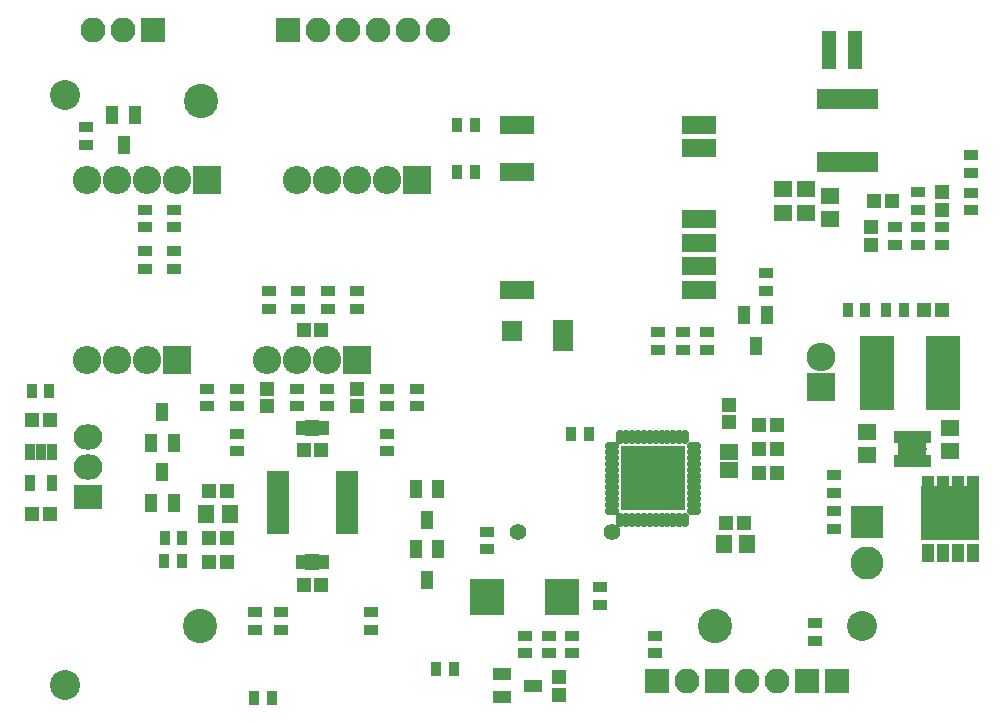
<source format=gts>
G04 #@! TF.FileFunction,Soldermask,Top*
%FSLAX46Y46*%
G04 Gerber Fmt 4.6, Leading zero omitted, Abs format (unit mm)*
G04 Created by KiCad (PCBNEW 4.0.7) date 2018 June 20, Wednesday 04:28:19*
%MOMM*%
%LPD*%
G01*
G04 APERTURE LIST*
%ADD10C,0.050000*%
%ADD11C,2.540000*%
%ADD12R,1.300000X0.900000*%
%ADD13C,2.900000*%
%ADD14R,1.200000X1.150000*%
%ADD15R,1.150000X1.200000*%
%ADD16C,2.800000*%
%ADD17R,2.800000X2.800000*%
%ADD18R,2.432000X2.432000*%
%ADD19O,2.432000X2.432000*%
%ADD20R,2.100000X2.100000*%
%ADD21O,2.100000X2.100000*%
%ADD22R,1.289000X1.289000*%
%ADD23R,0.900000X1.300000*%
%ADD24R,0.950000X1.400000*%
%ADD25O,0.680000X1.250000*%
%ADD26O,1.250000X0.680000*%
%ADD27R,5.500000X5.500000*%
%ADD28R,1.900000X0.850000*%
%ADD29R,1.649680X1.398220*%
%ADD30R,2.432000X2.127200*%
%ADD31O,2.432000X2.127200*%
%ADD32R,2.850000X6.300000*%
%ADD33R,1.200000X3.300000*%
%ADD34R,0.781000X1.797000*%
%ADD35O,2.398980X2.398980*%
%ADD36R,2.398980X2.398980*%
%ADD37R,1.050000X1.620000*%
%ADD38R,2.900000X1.500000*%
%ADD39R,1.670000X1.365200*%
%ADD40R,0.900000X1.150000*%
%ADD41R,1.200000X1.400000*%
%ADD42R,1.100000X1.600000*%
%ADD43R,4.900000X4.690000*%
%ADD44R,1.950000X2.000000*%
%ADD45R,1.950000X1.600000*%
%ADD46R,2.400000X1.300000*%
%ADD47R,0.650000X1.000000*%
%ADD48C,1.004800*%
%ADD49C,1.009600*%
%ADD50R,1.620000X1.050000*%
%ADD51R,1.650000X1.400000*%
%ADD52R,1.400000X1.650000*%
%ADD53R,2.950000X3.100000*%
%ADD54C,1.400000*%
%ADD55R,1.750000X1.750000*%
G04 APERTURE END LIST*
D10*
D11*
X66210000Y5005000D03*
X-1290000Y50005000D03*
D12*
X39690000Y2705000D03*
X39690000Y4205000D03*
D13*
X10190000Y5000000D03*
X53750000Y5000000D03*
D14*
X-2560000Y22455000D03*
X-4060000Y22455000D03*
X-2560000Y14455000D03*
X-4060000Y14455000D03*
D15*
X55000000Y22250000D03*
X55000000Y23750000D03*
D14*
X57500000Y20000000D03*
X59000000Y20000000D03*
X57500000Y18000000D03*
X59000000Y18000000D03*
X56250000Y13705000D03*
X54750000Y13705000D03*
D15*
X40610000Y705000D03*
X40610000Y-795000D03*
D14*
X71500000Y31750000D03*
X73000000Y31750000D03*
X20440000Y30060000D03*
X18940000Y30060000D03*
D15*
X23500000Y25095000D03*
X23500000Y23595000D03*
X15880000Y25095000D03*
X15880000Y23595000D03*
D14*
X18940000Y19900000D03*
X20440000Y19900000D03*
X18940000Y8455000D03*
X20440000Y8455000D03*
X12440000Y10455000D03*
X10940000Y10455000D03*
X10940000Y12455000D03*
X12440000Y12455000D03*
X10940000Y16455000D03*
X12440000Y16455000D03*
D16*
X66690000Y10355000D03*
D17*
X66690000Y13855000D03*
D18*
X62750000Y25250000D03*
D19*
X62750000Y27790000D03*
D20*
X6230000Y55455000D03*
D21*
X3690000Y55455000D03*
X1150000Y55455000D03*
D22*
X57500000Y22000000D03*
X59024000Y22000000D03*
D20*
X61600000Y330000D03*
D21*
X59060000Y330000D03*
D20*
X48900000Y330000D03*
D21*
X51440000Y330000D03*
D12*
X63890000Y16305000D03*
X63890000Y17805000D03*
X63890000Y13205000D03*
X63890000Y14705000D03*
X73000000Y38750000D03*
X73000000Y37250000D03*
X71000000Y41750000D03*
X71000000Y40250000D03*
X71000000Y37250000D03*
X71000000Y38750000D03*
X48690000Y2705000D03*
X48690000Y4205000D03*
X41690000Y2705000D03*
X41690000Y4205000D03*
X37690000Y2705000D03*
X37690000Y4205000D03*
X75490000Y43405000D03*
X75490000Y44905000D03*
X75490000Y41705000D03*
X75490000Y40205000D03*
D23*
X65000000Y31750000D03*
X66500000Y31750000D03*
X68250000Y31750000D03*
X69750000Y31750000D03*
X31940000Y47455000D03*
X33440000Y47455000D03*
D12*
X62210000Y5255000D03*
X62210000Y3755000D03*
X28580000Y25095000D03*
X28580000Y23595000D03*
X10800000Y25095000D03*
X10800000Y23595000D03*
X18420000Y23595000D03*
X18420000Y25095000D03*
X20960000Y23595000D03*
X20960000Y25095000D03*
X26040000Y23595000D03*
X26040000Y25095000D03*
X13340000Y23595000D03*
X13340000Y25095000D03*
X13340000Y19785000D03*
X13340000Y21285000D03*
X26040000Y19785000D03*
X26040000Y21285000D03*
D23*
X7190000Y12455000D03*
X8690000Y12455000D03*
D12*
X24690000Y4705000D03*
X24690000Y6205000D03*
X17010000Y4705000D03*
X17010000Y6205000D03*
X14810000Y4705000D03*
X14810000Y6205000D03*
X500000Y45750000D03*
X500000Y47250000D03*
X8000000Y38750000D03*
X8000000Y40250000D03*
X5500000Y40250000D03*
X5500000Y38750000D03*
X8000000Y35250000D03*
X8000000Y36750000D03*
X5500000Y36750000D03*
X5500000Y35250000D03*
D24*
X-2360000Y19755000D03*
X-3310000Y19755000D03*
X-4260000Y19755000D03*
X-4260000Y17155000D03*
X-2360000Y17155000D03*
D25*
X51250000Y20975000D03*
X50750000Y20975000D03*
X50250000Y20975000D03*
X49750000Y20975000D03*
X49250000Y20975000D03*
X48750000Y20975000D03*
X48250000Y20975000D03*
X47750000Y20975000D03*
X47250000Y20975000D03*
X46750000Y20975000D03*
X46250000Y20975000D03*
X45750000Y20975000D03*
D26*
X45025000Y20250000D03*
X45025000Y19750000D03*
X45025000Y19250000D03*
X45025000Y18750000D03*
X45025000Y18250000D03*
X45025000Y17750000D03*
X45025000Y17250000D03*
X45025000Y16750000D03*
X45025000Y16250000D03*
X45025000Y15750000D03*
X45025000Y15250000D03*
X45025000Y14750000D03*
D25*
X45750000Y14025000D03*
X46250000Y14025000D03*
X46750000Y14025000D03*
X47250000Y14025000D03*
X47750000Y14025000D03*
X48250000Y14025000D03*
X48750000Y14025000D03*
X49250000Y14025000D03*
X49750000Y14025000D03*
X50250000Y14025000D03*
X50750000Y14025000D03*
X51250000Y14025000D03*
D26*
X51975000Y14750000D03*
X51975000Y15250000D03*
X51975000Y15750000D03*
X51975000Y16250000D03*
X51975000Y16750000D03*
X51975000Y17250000D03*
X51975000Y17750000D03*
X51975000Y18250000D03*
X51975000Y18750000D03*
X51975000Y19250000D03*
X51975000Y19750000D03*
X51975000Y20250000D03*
D27*
X48500000Y17500000D03*
D28*
X22640000Y13180000D03*
X22640000Y13830000D03*
X22640000Y14480000D03*
X22640000Y15130000D03*
X22640000Y15780000D03*
X22640000Y16430000D03*
X22640000Y17080000D03*
X22640000Y17730000D03*
X16740000Y17730000D03*
X16740000Y17080000D03*
X16740000Y16430000D03*
X16740000Y15780000D03*
X16740000Y15130000D03*
X16740000Y14480000D03*
X16740000Y13830000D03*
X16740000Y13180000D03*
D29*
X55000000Y19749300D03*
X55000000Y18250700D03*
D30*
X690000Y15915000D03*
D31*
X690000Y18455000D03*
X690000Y20995000D03*
D20*
X53980000Y330000D03*
D21*
X56520000Y330000D03*
D13*
X10250000Y49500000D03*
D15*
X67000000Y37250000D03*
X67000000Y38750000D03*
D14*
X68750000Y41000000D03*
X67250000Y41000000D03*
D15*
X73000000Y40250000D03*
X73000000Y41750000D03*
D32*
X73065000Y26455000D03*
X67515000Y26455000D03*
D33*
X65600000Y53750000D03*
X63400000Y53750000D03*
D12*
X69000000Y37250000D03*
X69000000Y38750000D03*
D34*
X67222500Y49667000D03*
X66587500Y49667000D03*
X65952500Y49667000D03*
X65317500Y49667000D03*
X64682500Y49667000D03*
X64047500Y49667000D03*
X63412500Y49667000D03*
X62777500Y49667000D03*
X62777500Y44333000D03*
X63412500Y44333000D03*
X64047500Y44333000D03*
X64682500Y44333000D03*
X65317500Y44333000D03*
X65952500Y44333000D03*
X66587500Y44333000D03*
X67222500Y44333000D03*
D20*
X64140000Y330000D03*
D12*
X16000000Y33350000D03*
X16000000Y31850000D03*
X18500000Y33350000D03*
X18500000Y31850000D03*
X21000000Y33350000D03*
X21000000Y31850000D03*
X23500000Y33350000D03*
X23500000Y31850000D03*
D35*
X640000Y27520000D03*
D36*
X8260000Y27520000D03*
D35*
X5720000Y27520000D03*
X3180000Y27520000D03*
X20960000Y42760000D03*
D36*
X28580000Y42760000D03*
D35*
X26040000Y42760000D03*
X23500000Y42760000D03*
X18420000Y42760000D03*
X15880000Y27520000D03*
D36*
X23500000Y27520000D03*
D35*
X20960000Y27520000D03*
X18420000Y27520000D03*
X3180000Y42760000D03*
D36*
X10800000Y42760000D03*
D35*
X8260000Y42760000D03*
X5720000Y42760000D03*
X640000Y42760000D03*
D20*
X17610000Y55500000D03*
D21*
X20150000Y55500000D03*
X22690000Y55500000D03*
X25230000Y55500000D03*
X27770000Y55500000D03*
X30310000Y55500000D03*
D23*
X31940000Y43455000D03*
X33440000Y43455000D03*
D12*
X53090000Y28405000D03*
X53090000Y29905000D03*
X48990000Y28395000D03*
X48990000Y29895000D03*
X51085000Y28395000D03*
X51085000Y29895000D03*
D37*
X30340000Y16615000D03*
X28440000Y16615000D03*
X29390000Y13995000D03*
X6040000Y20495000D03*
X7940000Y20495000D03*
X6990000Y23115000D03*
D38*
X36990000Y47455000D03*
X36990000Y43455000D03*
X36990000Y33455000D03*
X52390000Y33455000D03*
X52390000Y35455000D03*
X52390000Y37455000D03*
X52390000Y39455000D03*
X52390000Y45455000D03*
X52390000Y47455000D03*
D37*
X30340000Y11535000D03*
X28440000Y11535000D03*
X29390000Y8915000D03*
X6040000Y15415000D03*
X7940000Y15415000D03*
X6990000Y18035000D03*
D39*
X40940000Y28935000D03*
X40940000Y30205000D03*
D40*
X18740000Y21805000D03*
X20640000Y21805000D03*
D41*
X19690000Y21805000D03*
D40*
X18740000Y10455000D03*
X20640000Y10455000D03*
D41*
X19690000Y10455000D03*
D42*
X71780000Y11155000D03*
X73050000Y11155000D03*
X74330000Y11155000D03*
X75600000Y11155000D03*
X75600000Y16955000D03*
X74330000Y16955000D03*
X73050000Y16955000D03*
X71780000Y16955000D03*
D43*
X73690000Y14555000D03*
D44*
X72600000Y15305000D03*
X74780000Y15305000D03*
D45*
X72600000Y13305000D03*
X74780000Y13305000D03*
D46*
X70500000Y20000000D03*
D47*
X70750000Y21000000D03*
D48*
X71250000Y20000000D03*
D49*
X69750000Y20000000D03*
D47*
X71750000Y21000000D03*
X71250000Y21000000D03*
X70250000Y21000000D03*
X69750000Y21000000D03*
X69250000Y21000000D03*
X69250000Y19000000D03*
X69750000Y19000000D03*
X70250000Y19000000D03*
X70750000Y19000000D03*
X71250000Y19000000D03*
X71750000Y19000000D03*
D11*
X-1290000Y5000D03*
D50*
X35710000Y905000D03*
X35710000Y-995000D03*
X38330000Y-45000D03*
D37*
X58160000Y31315000D03*
X56260000Y31315000D03*
X57210000Y28695000D03*
X4660000Y48315000D03*
X2760000Y48315000D03*
X3710000Y45695000D03*
D12*
X44010000Y8305000D03*
X44010000Y6805000D03*
X34510000Y13005000D03*
X34510000Y11505000D03*
D23*
X14760000Y-1095000D03*
X16260000Y-1095000D03*
X8660000Y10505000D03*
X7160000Y10505000D03*
D51*
X73690000Y21805000D03*
X73690000Y19805000D03*
X63500000Y41455000D03*
X63500000Y39455000D03*
X66690000Y21455000D03*
X66690000Y19455000D03*
X59500000Y42000000D03*
X59500000Y40000000D03*
X61500000Y42000000D03*
X61500000Y40000000D03*
D52*
X56500000Y11955000D03*
X54500000Y11955000D03*
D53*
X40810000Y7505000D03*
X34460000Y7505000D03*
D52*
X10690000Y14455000D03*
X12690000Y14455000D03*
D23*
X43110000Y21305000D03*
X41610000Y21305000D03*
X-2590000Y24905000D03*
X-4090000Y24905000D03*
X30160000Y1405000D03*
X31660000Y1405000D03*
D12*
X58110000Y34855000D03*
X58110000Y33355000D03*
D54*
X45061400Y13005960D03*
X37061400Y13005960D03*
D55*
X36610000Y30005000D03*
M02*

</source>
